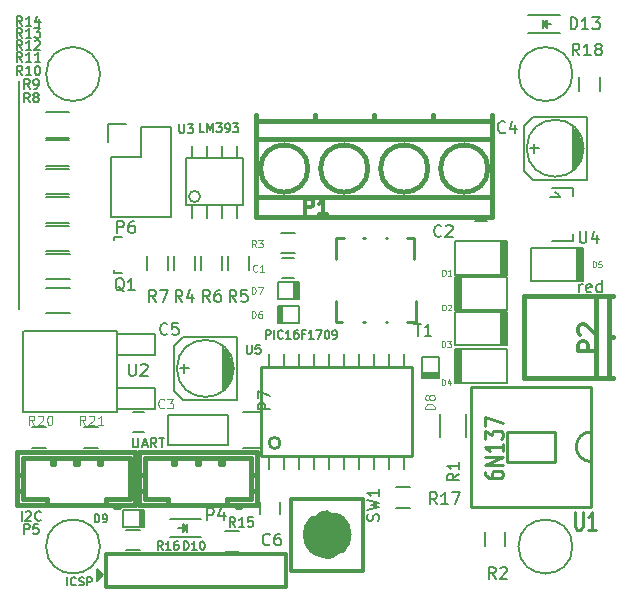
<source format=gto>
G04 #@! TF.FileFunction,Legend,Top*
%FSLAX46Y46*%
G04 Gerber Fmt 4.6, Leading zero omitted, Abs format (unit mm)*
G04 Created by KiCad (PCBNEW 4.0.2+dfsg1-stable) date Fr 09 Jun 2017 15:08:56 CEST*
%MOMM*%
G01*
G04 APERTURE LIST*
%ADD10C,0.100000*%
%ADD11C,0.200000*%
%ADD12C,0.150000*%
%ADD13C,0.381000*%
%ADD14C,0.127000*%
%ADD15C,0.254000*%
%ADD16C,0.304800*%
%ADD17C,2.540000*%
%ADD18C,0.149860*%
%ADD19C,0.099060*%
%ADD20C,0.285750*%
%ADD21C,0.287020*%
%ADD22C,0.300000*%
%ADD23C,0.119380*%
%ADD24C,0.120000*%
G04 APERTURE END LIST*
D10*
D11*
X120850000Y-120250000D02*
X120850000Y-100950000D01*
X168313219Y-118816381D02*
X168313219Y-118149714D01*
X168313219Y-118340190D02*
X168360838Y-118244952D01*
X168408457Y-118197333D01*
X168503695Y-118149714D01*
X168598934Y-118149714D01*
X169313220Y-118768762D02*
X169217982Y-118816381D01*
X169027505Y-118816381D01*
X168932267Y-118768762D01*
X168884648Y-118673524D01*
X168884648Y-118292571D01*
X168932267Y-118197333D01*
X169027505Y-118149714D01*
X169217982Y-118149714D01*
X169313220Y-118197333D01*
X169360839Y-118292571D01*
X169360839Y-118387810D01*
X168884648Y-118483048D01*
X170217982Y-118816381D02*
X170217982Y-117816381D01*
X170217982Y-118768762D02*
X170122744Y-118816381D01*
X169932267Y-118816381D01*
X169837029Y-118768762D01*
X169789410Y-118721143D01*
X169741791Y-118625905D01*
X169741791Y-118340190D01*
X169789410Y-118244952D01*
X169837029Y-118197333D01*
X169932267Y-118149714D01*
X170122744Y-118149714D01*
X170217982Y-118197333D01*
X127803100Y-142939700D02*
X127739600Y-142939700D01*
X127803100Y-142558700D02*
X127803100Y-142939700D01*
X127612600Y-142495200D02*
X127612600Y-143003200D01*
X127485600Y-143257200D02*
X127485600Y-142241200D01*
X127993600Y-142749200D02*
X127485600Y-143257200D01*
X127485600Y-142241200D02*
X127993600Y-142749200D01*
D12*
X123150000Y-108375000D02*
X125150000Y-108375000D01*
X125150000Y-110525000D02*
X123150000Y-110525000D01*
X123150000Y-105975000D02*
X125150000Y-105975000D01*
X125150000Y-108125000D02*
X123150000Y-108125000D01*
X167736000Y-140350000D02*
G75*
G03X167736000Y-140350000I-2286000J0D01*
G01*
X127736000Y-140350000D02*
G75*
G03X127736000Y-140350000I-2286000J0D01*
G01*
X127736000Y-100350000D02*
G75*
G03X127736000Y-100350000I-2286000J0D01*
G01*
X143170000Y-117639000D02*
X144170000Y-117639000D01*
X144170000Y-115939000D02*
X143170000Y-115939000D01*
X159520000Y-114489600D02*
X160520000Y-114489600D01*
X160520000Y-112789600D02*
X159520000Y-112789600D01*
X130500000Y-130650000D02*
X131500000Y-130650000D01*
X131500000Y-128950000D02*
X130500000Y-128950000D01*
X142996000Y-137609000D02*
X142996000Y-136609000D01*
X141296000Y-136609000D02*
X141296000Y-137609000D01*
D13*
X135917940Y-133327140D02*
X135917940Y-132826760D01*
X136116060Y-133327140D02*
X135917940Y-133327140D01*
X136116060Y-132826760D02*
X136116060Y-133327140D01*
X141018260Y-132328920D02*
X131015740Y-132328920D01*
X131516120Y-132826760D02*
X140517880Y-132826760D01*
X141018260Y-136827260D02*
X131015740Y-136827260D01*
X137919460Y-133327140D02*
X137919460Y-132826760D01*
X138117580Y-133327140D02*
X137919460Y-133327140D01*
X138117580Y-132826760D02*
X138117580Y-133327140D01*
X134117080Y-132826760D02*
X134117080Y-133327140D01*
X134117080Y-133327140D02*
X133918960Y-133327140D01*
X133918960Y-133327140D02*
X133918960Y-132826760D01*
X131015740Y-135628380D02*
X131516120Y-135628380D01*
X131516120Y-134327900D02*
X131015740Y-134327900D01*
X140517880Y-134327900D02*
X141018260Y-134327900D01*
X140517880Y-135628380D02*
X141018260Y-135628380D01*
X138518900Y-136827260D02*
X138518900Y-136326880D01*
X138518900Y-136326880D02*
X140517880Y-136326880D01*
X140517880Y-136326880D02*
X140517880Y-132826760D01*
X131516120Y-132826760D02*
X131516120Y-136326880D01*
X131516120Y-136326880D02*
X133515100Y-136326880D01*
X133515100Y-136326880D02*
X133515100Y-136827260D01*
X141018260Y-136827260D02*
X141018260Y-132328920D01*
X131015740Y-136827260D02*
X131015740Y-132328920D01*
X139319000Y-136827260D02*
X139319000Y-137027920D01*
X139319000Y-137027920D02*
X139618720Y-137027920D01*
X139618720Y-137027920D02*
X139618720Y-136827260D01*
X125630940Y-133327140D02*
X125630940Y-132826760D01*
X125829060Y-133327140D02*
X125630940Y-133327140D01*
X125829060Y-132826760D02*
X125829060Y-133327140D01*
X130731260Y-132328920D02*
X120728740Y-132328920D01*
X121229120Y-132826760D02*
X130230880Y-132826760D01*
X130731260Y-136827260D02*
X120728740Y-136827260D01*
X127632460Y-133327140D02*
X127632460Y-132826760D01*
X127830580Y-133327140D02*
X127632460Y-133327140D01*
X127830580Y-132826760D02*
X127830580Y-133327140D01*
X123830080Y-132826760D02*
X123830080Y-133327140D01*
X123830080Y-133327140D02*
X123631960Y-133327140D01*
X123631960Y-133327140D02*
X123631960Y-132826760D01*
X120728740Y-135628380D02*
X121229120Y-135628380D01*
X121229120Y-134327900D02*
X120728740Y-134327900D01*
X130230880Y-134327900D02*
X130731260Y-134327900D01*
X130230880Y-135628380D02*
X130731260Y-135628380D01*
X128231900Y-136827260D02*
X128231900Y-136326880D01*
X128231900Y-136326880D02*
X130230880Y-136326880D01*
X130230880Y-136326880D02*
X130230880Y-132826760D01*
X121229120Y-132826760D02*
X121229120Y-136326880D01*
X121229120Y-136326880D02*
X123228100Y-136326880D01*
X123228100Y-136326880D02*
X123228100Y-136827260D01*
X130731260Y-136827260D02*
X130731260Y-132328920D01*
X120728740Y-136827260D02*
X120728740Y-132328920D01*
X129032000Y-136827260D02*
X129032000Y-137027920D01*
X129032000Y-137027920D02*
X129331720Y-137027920D01*
X129331720Y-137027920D02*
X129331720Y-136827260D01*
D12*
X128684000Y-107391000D02*
X128684000Y-112471000D01*
X128404000Y-104571000D02*
X129954000Y-104571000D01*
X131224000Y-104851000D02*
X131224000Y-107391000D01*
X131224000Y-107391000D02*
X128684000Y-107391000D01*
X128684000Y-112471000D02*
X133764000Y-112471000D01*
X133764000Y-112471000D02*
X133764000Y-107391000D01*
X128404000Y-104571000D02*
X128404000Y-106121000D01*
X133764000Y-104851000D02*
X131224000Y-104851000D01*
X133764000Y-107391000D02*
X133764000Y-104851000D01*
X138530000Y-129230000D02*
X133450000Y-129230000D01*
X133450000Y-129230000D02*
X133450000Y-131770000D01*
X133450000Y-131770000D02*
X138530000Y-131770000D01*
X141350000Y-132050000D02*
X139800000Y-132050000D01*
X138530000Y-131770000D02*
X138530000Y-129230000D01*
X139800000Y-128950000D02*
X141350000Y-128950000D01*
X141350000Y-128950000D02*
X141350000Y-132050000D01*
X128889760Y-114372440D02*
X128889760Y-114420700D01*
X129590800Y-117171420D02*
X128889760Y-117171420D01*
X128889760Y-117171420D02*
X128889760Y-116922500D01*
X128889760Y-114372440D02*
X128889760Y-114171780D01*
X128889760Y-114171780D02*
X129590800Y-114171780D01*
X129192000Y-124155000D02*
X132367000Y-124155000D01*
X132367000Y-124155000D02*
X132367000Y-122377000D01*
X132367000Y-122377000D02*
X129192000Y-122377000D01*
X129192000Y-128727000D02*
X132367000Y-128727000D01*
X132367000Y-128727000D02*
X132367000Y-126949000D01*
X132367000Y-126949000D02*
X129192000Y-126949000D01*
X123096000Y-122123000D02*
X129192000Y-122123000D01*
X129192000Y-122123000D02*
X129192000Y-128981000D01*
X129192000Y-128981000D02*
X121318000Y-128981000D01*
X121191000Y-128981000D02*
X121191000Y-122123000D01*
X121318000Y-122123000D02*
X123096000Y-122123000D01*
D14*
X135001000Y-107492800D02*
X135001000Y-111455200D01*
X135001000Y-111455200D02*
X139827000Y-111455200D01*
X139827000Y-111455200D02*
X139827000Y-107492800D01*
X139827000Y-107492800D02*
X135001000Y-107492800D01*
X135509000Y-107492800D02*
X135509000Y-106400600D01*
X136779000Y-107492800D02*
X136779000Y-106400600D01*
X138049000Y-107492800D02*
X138049000Y-106400600D01*
X139319000Y-106400600D02*
X139319000Y-107492800D01*
X139319000Y-111455200D02*
X139319000Y-112547400D01*
X138049000Y-112547400D02*
X138049000Y-111455200D01*
X136779000Y-112547400D02*
X136779000Y-111455200D01*
X135509000Y-112547400D02*
X135509000Y-111455200D01*
X136210067Y-110718600D02*
G75*
G03X136210067Y-110718600I-472467J0D01*
G01*
D15*
X141325600Y-132679440D02*
X154127200Y-132679440D01*
X154127200Y-125181360D02*
X141325600Y-125181360D01*
D14*
X153441400Y-124079000D02*
X153441400Y-125171200D01*
X152171400Y-125171200D02*
X152171400Y-124079000D01*
X150901400Y-125171200D02*
X150901400Y-124079000D01*
X149631400Y-125171200D02*
X149631400Y-124079000D01*
X142011400Y-133781800D02*
X142011400Y-132689600D01*
X153441400Y-132689600D02*
X153441400Y-133781800D01*
D15*
X154127200Y-132679440D02*
X154127200Y-125181360D01*
X141325600Y-125181360D02*
X141325600Y-132679440D01*
D14*
X142011400Y-125171200D02*
X142011400Y-124079000D01*
X143281400Y-125171200D02*
X143281400Y-124079000D01*
X144551400Y-125171200D02*
X144551400Y-124079000D01*
X145821400Y-124079000D02*
X145821400Y-125171200D01*
X147091400Y-124079000D02*
X147091400Y-125171200D01*
X148361400Y-124079000D02*
X148361400Y-125171200D01*
X152171400Y-132689600D02*
X152171400Y-133781800D01*
X150901400Y-132689600D02*
X150901400Y-133781800D01*
X149631400Y-132689600D02*
X149631400Y-133781800D01*
X143281400Y-132689600D02*
X143281400Y-133781800D01*
X144551400Y-133781800D02*
X144551400Y-132689600D01*
X148361400Y-133781800D02*
X148361400Y-132689600D01*
X147091400Y-133781800D02*
X147091400Y-132689600D01*
X145821400Y-133781800D02*
X145821400Y-132689600D01*
D15*
X142984247Y-131577080D02*
G75*
G03X142984247Y-131577080I-472467J0D01*
G01*
D16*
X128219200Y-143764000D02*
X143459200Y-143764000D01*
X143459200Y-143764000D02*
X143459200Y-141020800D01*
X143459200Y-141020800D02*
X128219200Y-141020800D01*
X128219200Y-141020800D02*
X128219200Y-143764000D01*
D14*
X142869900Y-121427040D02*
X142869900Y-120024960D01*
X142968960Y-120024960D02*
X142968960Y-121427040D01*
X143070560Y-121427040D02*
X143070560Y-120024960D01*
X143169620Y-121427040D02*
X143169620Y-120024960D01*
X142770840Y-121427040D02*
X144569160Y-121427040D01*
X144569160Y-121427040D02*
X144569160Y-120024960D01*
X144569160Y-120024960D02*
X142770840Y-120024960D01*
X142770840Y-120024960D02*
X142770840Y-121427040D01*
X144470100Y-117992960D02*
X144470100Y-119395040D01*
X144371040Y-119395040D02*
X144371040Y-117992960D01*
X144269440Y-117992960D02*
X144269440Y-119395040D01*
X144170380Y-117992960D02*
X144170380Y-119395040D01*
X144569160Y-117992960D02*
X142770840Y-117992960D01*
X142770840Y-117992960D02*
X142770840Y-119395040D01*
X142770840Y-119395040D02*
X144569160Y-119395040D01*
X144569160Y-119395040D02*
X144569160Y-117992960D01*
X131389100Y-137296960D02*
X131389100Y-138699040D01*
X131290040Y-138699040D02*
X131290040Y-137296960D01*
X131188440Y-137296960D02*
X131188440Y-138699040D01*
X131089380Y-137296960D02*
X131089380Y-138699040D01*
X131488160Y-137296960D02*
X129689840Y-137296960D01*
X129689840Y-137296960D02*
X129689840Y-138699040D01*
X129689840Y-138699040D02*
X131488160Y-138699040D01*
X131488160Y-138699040D02*
X131488160Y-137296960D01*
D12*
X136321600Y-138035600D02*
X133621600Y-138035600D01*
X136321600Y-139535600D02*
X133621600Y-139535600D01*
X134821600Y-138635600D02*
X134821600Y-138885600D01*
X134821600Y-138885600D02*
X134971600Y-138735600D01*
X135071600Y-139135600D02*
X135071600Y-138435600D01*
X134721600Y-138785600D02*
X134371600Y-138785600D01*
X135071600Y-138785600D02*
X134721600Y-139135600D01*
X134721600Y-139135600D02*
X134721600Y-138435600D01*
X134721600Y-138435600D02*
X135071600Y-138785600D01*
X167736000Y-100350000D02*
G75*
G03X167736000Y-100350000I-2286000J0D01*
G01*
D15*
X162212000Y-130632000D02*
X166276000Y-130632000D01*
X166276000Y-133172000D02*
X162212000Y-133172000D01*
X159164000Y-126822000D02*
X169324000Y-126822000D01*
X159164000Y-136982000D02*
X169324000Y-136982000D01*
X168054000Y-131902000D02*
G75*
G03X169324000Y-133172000I1270000J0D01*
G01*
X169324000Y-130632000D02*
G75*
G03X168054000Y-131902000I0J-1270000D01*
G01*
X166276000Y-133172000D02*
X166276000Y-130632000D01*
X162212000Y-130632000D02*
X162212000Y-133172000D01*
X159164000Y-136982000D02*
X159164000Y-126822000D01*
X169324000Y-126822000D02*
X169324000Y-136982000D01*
X151939000Y-121306000D02*
X152066000Y-121306000D01*
X151939000Y-114194000D02*
X152066000Y-114194000D01*
X150034000Y-114194000D02*
X150161000Y-114194000D01*
X150034000Y-121306000D02*
X150161000Y-121306000D01*
X147748000Y-119528000D02*
X147748000Y-121306000D01*
X147748000Y-121306000D02*
X148256000Y-121306000D01*
X148383000Y-114194000D02*
X147748000Y-114194000D01*
X147748000Y-114194000D02*
X147748000Y-115972000D01*
X154352000Y-115972000D02*
X154352000Y-114194000D01*
X154352000Y-114194000D02*
X153717000Y-114194000D01*
X153717000Y-121306000D02*
X154479000Y-121306000D01*
X154479000Y-121306000D02*
X154479000Y-119528000D01*
D13*
X170800000Y-122600000D02*
X171200000Y-122600000D01*
X169700000Y-126100000D02*
X169700000Y-119100000D01*
X170800000Y-126100000D02*
X170800000Y-119100000D01*
X163600000Y-126100000D02*
X171200000Y-126100000D01*
X171200000Y-119100000D02*
X163600000Y-119100000D01*
X163600000Y-119100000D02*
X163600000Y-126100000D01*
D12*
X166270940Y-110368080D02*
X166570660Y-110617000D01*
X166570660Y-110617000D02*
X166720520Y-110718600D01*
X166720520Y-110718600D02*
X165872160Y-110718600D01*
X167772080Y-110017560D02*
X165971220Y-110017560D01*
X167772080Y-110017560D02*
X167772080Y-110667800D01*
X167772080Y-114518440D02*
X165971220Y-114518440D01*
X167772080Y-114518440D02*
X167772080Y-113868200D01*
D13*
X145950000Y-104350000D02*
X145950000Y-103850000D01*
X145330000Y-108350000D02*
G75*
G03X145330000Y-108350000I-2000000J0D01*
G01*
X150410000Y-108350000D02*
G75*
G03X150410000Y-108350000I-2000000J0D01*
G01*
X150950000Y-104350000D02*
X150950000Y-103850000D01*
X155950000Y-104350000D02*
X155950000Y-103850000D01*
X155490000Y-108350000D02*
G75*
G03X155490000Y-108350000I-2000000J0D01*
G01*
X160570000Y-108350000D02*
G75*
G03X160570000Y-108350000I-2000000J0D01*
G01*
X160950000Y-105850000D02*
X140950000Y-105850000D01*
X160950000Y-110750000D02*
X140950000Y-110750000D01*
X160950000Y-104350000D02*
X140950000Y-104350000D01*
X140950000Y-103850000D02*
X140950000Y-112450000D01*
X140950000Y-112450000D02*
X160950000Y-112450000D01*
X160950000Y-112450000D02*
X160950000Y-103850000D01*
D14*
X157868620Y-123670060D02*
X157868620Y-126469140D01*
X157970220Y-126469140D02*
X157970220Y-123670060D01*
X158069280Y-123670060D02*
X158069280Y-126469140D01*
X158168340Y-126469140D02*
X158168340Y-123670060D01*
X158269940Y-126469140D02*
X158269940Y-123670060D01*
X157769560Y-126469140D02*
X162168840Y-126469140D01*
X162168840Y-126469140D02*
X162168840Y-123670060D01*
X162168840Y-123670060D02*
X157769560Y-123670060D01*
X157769560Y-123670060D02*
X157769560Y-126469140D01*
X162120580Y-123319540D02*
X162120580Y-120520460D01*
X162018980Y-120520460D02*
X162018980Y-123319540D01*
X161919920Y-123319540D02*
X161919920Y-120520460D01*
X161820860Y-120520460D02*
X161820860Y-123319540D01*
X161719260Y-120520460D02*
X161719260Y-123319540D01*
X162219640Y-120520460D02*
X157820360Y-120520460D01*
X157820360Y-120520460D02*
X157820360Y-123319540D01*
X157820360Y-123319540D02*
X162219640Y-123319540D01*
X162219640Y-123319540D02*
X162219640Y-120520460D01*
X157868620Y-117523260D02*
X157868620Y-120322340D01*
X157970220Y-120322340D02*
X157970220Y-117523260D01*
X158069280Y-117523260D02*
X158069280Y-120322340D01*
X158168340Y-120322340D02*
X158168340Y-117523260D01*
X158269940Y-120322340D02*
X158269940Y-117523260D01*
X157769560Y-120322340D02*
X162168840Y-120322340D01*
X162168840Y-120322340D02*
X162168840Y-117523260D01*
X162168840Y-117523260D02*
X157769560Y-117523260D01*
X157769560Y-117523260D02*
X157769560Y-120322340D01*
X162120580Y-117325140D02*
X162120580Y-114526060D01*
X162018980Y-114526060D02*
X162018980Y-117325140D01*
X161919920Y-117325140D02*
X161919920Y-114526060D01*
X161820860Y-114526060D02*
X161820860Y-117325140D01*
X161719260Y-114526060D02*
X161719260Y-117325140D01*
X162219640Y-114526060D02*
X157820360Y-114526060D01*
X157820360Y-114526060D02*
X157820360Y-117325140D01*
X157820360Y-117325140D02*
X162219640Y-117325140D01*
X162219640Y-117325140D02*
X162219640Y-114526060D01*
X168521380Y-117883940D02*
X168521380Y-115084860D01*
X168419780Y-115084860D02*
X168419780Y-117883940D01*
X168320720Y-117883940D02*
X168320720Y-115084860D01*
X168221660Y-115084860D02*
X168221660Y-117883940D01*
X168120060Y-115084860D02*
X168120060Y-117883940D01*
X168620440Y-115084860D02*
X164221160Y-115084860D01*
X164221160Y-115084860D02*
X164221160Y-117883940D01*
X164221160Y-117883940D02*
X168620440Y-117883940D01*
X168620440Y-117883940D02*
X168620440Y-115084860D01*
X156403040Y-125971300D02*
X155000960Y-125971300D01*
X155000960Y-125872240D02*
X156403040Y-125872240D01*
X156403040Y-125770640D02*
X155000960Y-125770640D01*
X156403040Y-125671580D02*
X155000960Y-125671580D01*
X156403040Y-126070360D02*
X156403040Y-124272040D01*
X156403040Y-124272040D02*
X155000960Y-124272040D01*
X155000960Y-124272040D02*
X155000960Y-126070360D01*
X155000960Y-126070360D02*
X156403040Y-126070360D01*
D12*
X168554400Y-107264200D02*
X168554400Y-105867200D01*
X168427400Y-107518200D02*
X168427400Y-105740200D01*
X168300400Y-107899200D02*
X168300400Y-105359200D01*
X168173400Y-105232200D02*
X168173400Y-108026200D01*
X168046400Y-108153200D02*
X168046400Y-105105200D01*
X167919400Y-104978200D02*
X167919400Y-108280200D01*
X167792400Y-108407200D02*
X167792400Y-104851200D01*
X168935400Y-109296200D02*
X164363400Y-109296200D01*
X164363400Y-109296200D02*
X163601400Y-108534200D01*
X163601400Y-108534200D02*
X163601400Y-104724200D01*
X163601400Y-104724200D02*
X164363400Y-103962200D01*
X164363400Y-103962200D02*
X168935400Y-103962200D01*
X168935400Y-103962200D02*
X168935400Y-109296200D01*
X164109400Y-106629200D02*
X164871400Y-106629200D01*
X164490400Y-107010200D02*
X164490400Y-106248200D01*
X168681400Y-106629200D02*
G75*
G03X168681400Y-106629200I-2413000J0D01*
G01*
X138938000Y-125907800D02*
X138938000Y-124510800D01*
X138811000Y-126161800D02*
X138811000Y-124383800D01*
X138684000Y-126542800D02*
X138684000Y-124002800D01*
X138557000Y-123875800D02*
X138557000Y-126669800D01*
X138430000Y-126796800D02*
X138430000Y-123748800D01*
X138303000Y-123621800D02*
X138303000Y-126923800D01*
X138176000Y-127050800D02*
X138176000Y-123494800D01*
X139319000Y-127939800D02*
X134747000Y-127939800D01*
X134747000Y-127939800D02*
X133985000Y-127177800D01*
X133985000Y-127177800D02*
X133985000Y-123367800D01*
X133985000Y-123367800D02*
X134747000Y-122605800D01*
X134747000Y-122605800D02*
X139319000Y-122605800D01*
X139319000Y-122605800D02*
X139319000Y-127939800D01*
X134493000Y-125272800D02*
X135255000Y-125272800D01*
X134874000Y-125653800D02*
X134874000Y-124891800D01*
X139065000Y-125272800D02*
G75*
G03X139065000Y-125272800I-2413000J0D01*
G01*
D16*
X150012400Y-142392400D02*
X143916400Y-142392400D01*
X143916400Y-142392400D02*
X143916400Y-136296400D01*
X143916400Y-136296400D02*
X150012400Y-136296400D01*
X150012400Y-136296400D02*
X150012400Y-142392400D01*
D17*
X147767619Y-139344400D02*
G75*
G03X147767619Y-139344400I-803219J0D01*
G01*
D12*
X123150000Y-110775000D02*
X125150000Y-110775000D01*
X125150000Y-112925000D02*
X123150000Y-112925000D01*
X123150000Y-113175000D02*
X125150000Y-113175000D01*
X125150000Y-115325000D02*
X123150000Y-115325000D01*
X123155200Y-115561800D02*
X125155200Y-115561800D01*
X125155200Y-117711800D02*
X123155200Y-117711800D01*
X123155200Y-118457400D02*
X125155200Y-118457400D01*
X125155200Y-120607400D02*
X123155200Y-120607400D01*
X158707400Y-129098800D02*
X158707400Y-131098800D01*
X156557400Y-131098800D02*
X156557400Y-129098800D01*
X123150000Y-103575000D02*
X125150000Y-103575000D01*
X125150000Y-105725000D02*
X123150000Y-105725000D01*
X131713000Y-116932000D02*
X131713000Y-115732000D01*
X133463000Y-115732000D02*
X133463000Y-116932000D01*
X135749000Y-115732000D02*
X135749000Y-116932000D01*
X133999000Y-116932000D02*
X133999000Y-115732000D01*
X136285000Y-116932000D02*
X136285000Y-115732000D01*
X138035000Y-115732000D02*
X138035000Y-116932000D01*
X138571000Y-116932000D02*
X138571000Y-115732000D01*
X140321000Y-115732000D02*
X140321000Y-116932000D01*
X144262400Y-115530600D02*
X143062400Y-115530600D01*
X143062400Y-113780600D02*
X144262400Y-113780600D01*
X129900000Y-138925000D02*
X131100000Y-138925000D01*
X131100000Y-140675000D02*
X129900000Y-140675000D01*
X162063400Y-139100000D02*
X162063400Y-140300000D01*
X160313400Y-140300000D02*
X160313400Y-139100000D01*
X138287200Y-139028200D02*
X139487200Y-139028200D01*
X139487200Y-140778200D02*
X138287200Y-140778200D01*
X170075000Y-100600000D02*
X170075000Y-101800000D01*
X168325000Y-101800000D02*
X168325000Y-100600000D01*
X164008000Y-96838200D02*
X166708000Y-96838200D01*
X164008000Y-95338200D02*
X166708000Y-95338200D01*
X165508000Y-96238200D02*
X165508000Y-95988200D01*
X165508000Y-95988200D02*
X165358000Y-96138200D01*
X165258000Y-95738200D02*
X165258000Y-96438200D01*
X165608000Y-96088200D02*
X165958000Y-96088200D01*
X165258000Y-96088200D02*
X165608000Y-95738200D01*
X165608000Y-95738200D02*
X165608000Y-96438200D01*
X165608000Y-96438200D02*
X165258000Y-96088200D01*
X154016000Y-137069800D02*
X152816000Y-137069800D01*
X152816000Y-135319800D02*
X154016000Y-135319800D01*
X123200000Y-131975000D02*
X122000000Y-131975000D01*
X122000000Y-130225000D02*
X123200000Y-130225000D01*
X127600000Y-131975000D02*
X126400000Y-131975000D01*
X126400000Y-130225000D02*
X127600000Y-130225000D01*
X121151714Y-98278905D02*
X120885047Y-97897952D01*
X120694571Y-98278905D02*
X120694571Y-97478905D01*
X120999333Y-97478905D01*
X121075524Y-97517000D01*
X121113619Y-97555095D01*
X121151714Y-97631286D01*
X121151714Y-97745571D01*
X121113619Y-97821762D01*
X121075524Y-97859857D01*
X120999333Y-97897952D01*
X120694571Y-97897952D01*
X121913619Y-98278905D02*
X121456476Y-98278905D01*
X121685047Y-98278905D02*
X121685047Y-97478905D01*
X121608857Y-97593190D01*
X121532666Y-97669381D01*
X121456476Y-97707476D01*
X122218381Y-97555095D02*
X122256476Y-97517000D01*
X122332667Y-97478905D01*
X122523143Y-97478905D01*
X122599333Y-97517000D01*
X122637429Y-97555095D01*
X122675524Y-97631286D01*
X122675524Y-97707476D01*
X122637429Y-97821762D01*
X122180286Y-98278905D01*
X122675524Y-98278905D01*
X121151714Y-97262905D02*
X120885047Y-96881952D01*
X120694571Y-97262905D02*
X120694571Y-96462905D01*
X120999333Y-96462905D01*
X121075524Y-96501000D01*
X121113619Y-96539095D01*
X121151714Y-96615286D01*
X121151714Y-96729571D01*
X121113619Y-96805762D01*
X121075524Y-96843857D01*
X120999333Y-96881952D01*
X120694571Y-96881952D01*
X121913619Y-97262905D02*
X121456476Y-97262905D01*
X121685047Y-97262905D02*
X121685047Y-96462905D01*
X121608857Y-96577190D01*
X121532666Y-96653381D01*
X121456476Y-96691476D01*
X122180286Y-96462905D02*
X122675524Y-96462905D01*
X122408857Y-96767667D01*
X122523143Y-96767667D01*
X122599333Y-96805762D01*
X122637429Y-96843857D01*
X122675524Y-96920048D01*
X122675524Y-97110524D01*
X122637429Y-97186714D01*
X122599333Y-97224810D01*
X122523143Y-97262905D01*
X122294571Y-97262905D01*
X122218381Y-97224810D01*
X122180286Y-97186714D01*
D10*
X141047800Y-117028886D02*
X141019229Y-117057457D01*
X140933515Y-117086029D01*
X140876372Y-117086029D01*
X140790657Y-117057457D01*
X140733515Y-117000314D01*
X140704943Y-116943171D01*
X140676372Y-116828886D01*
X140676372Y-116743171D01*
X140704943Y-116628886D01*
X140733515Y-116571743D01*
X140790657Y-116514600D01*
X140876372Y-116486029D01*
X140933515Y-116486029D01*
X141019229Y-116514600D01*
X141047800Y-116543171D01*
X141619229Y-117086029D02*
X141276372Y-117086029D01*
X141447800Y-117086029D02*
X141447800Y-116486029D01*
X141390657Y-116571743D01*
X141333515Y-116628886D01*
X141276372Y-116657457D01*
D12*
X156627534Y-114047543D02*
X156579915Y-114095162D01*
X156437058Y-114142781D01*
X156341820Y-114142781D01*
X156198962Y-114095162D01*
X156103724Y-113999924D01*
X156056105Y-113904686D01*
X156008486Y-113714210D01*
X156008486Y-113571352D01*
X156056105Y-113380876D01*
X156103724Y-113285638D01*
X156198962Y-113190400D01*
X156341820Y-113142781D01*
X156437058Y-113142781D01*
X156579915Y-113190400D01*
X156627534Y-113238019D01*
X157008486Y-113238019D02*
X157056105Y-113190400D01*
X157151343Y-113142781D01*
X157389439Y-113142781D01*
X157484677Y-113190400D01*
X157532296Y-113238019D01*
X157579915Y-113333257D01*
X157579915Y-113428495D01*
X157532296Y-113571352D01*
X156960867Y-114142781D01*
X157579915Y-114142781D01*
D10*
X133166667Y-128585714D02*
X133128572Y-128623810D01*
X133014286Y-128661905D01*
X132938096Y-128661905D01*
X132823810Y-128623810D01*
X132747619Y-128547619D01*
X132709524Y-128471429D01*
X132671429Y-128319048D01*
X132671429Y-128204762D01*
X132709524Y-128052381D01*
X132747619Y-127976190D01*
X132823810Y-127900000D01*
X132938096Y-127861905D01*
X133014286Y-127861905D01*
X133128572Y-127900000D01*
X133166667Y-127938095D01*
X133433334Y-127861905D02*
X133928572Y-127861905D01*
X133661905Y-128166667D01*
X133776191Y-128166667D01*
X133852381Y-128204762D01*
X133890477Y-128242857D01*
X133928572Y-128319048D01*
X133928572Y-128509524D01*
X133890477Y-128585714D01*
X133852381Y-128623810D01*
X133776191Y-128661905D01*
X133547619Y-128661905D01*
X133471429Y-128623810D01*
X133433334Y-128585714D01*
D12*
X142124134Y-140158743D02*
X142076515Y-140206362D01*
X141933658Y-140253981D01*
X141838420Y-140253981D01*
X141695562Y-140206362D01*
X141600324Y-140111124D01*
X141552705Y-140015886D01*
X141505086Y-139825410D01*
X141505086Y-139682552D01*
X141552705Y-139492076D01*
X141600324Y-139396838D01*
X141695562Y-139301600D01*
X141838420Y-139253981D01*
X141933658Y-139253981D01*
X142076515Y-139301600D01*
X142124134Y-139349219D01*
X142981277Y-139253981D02*
X142790800Y-139253981D01*
X142695562Y-139301600D01*
X142647943Y-139349219D01*
X142552705Y-139492076D01*
X142505086Y-139682552D01*
X142505086Y-140063505D01*
X142552705Y-140158743D01*
X142600324Y-140206362D01*
X142695562Y-140253981D01*
X142886039Y-140253981D01*
X142981277Y-140206362D01*
X143028896Y-140158743D01*
X143076515Y-140063505D01*
X143076515Y-139825410D01*
X143028896Y-139730171D01*
X142981277Y-139682552D01*
X142886039Y-139634933D01*
X142695562Y-139634933D01*
X142600324Y-139682552D01*
X142552705Y-139730171D01*
X142505086Y-139825410D01*
D11*
X136802905Y-138120381D02*
X136802905Y-137120381D01*
X137183858Y-137120381D01*
X137279096Y-137168000D01*
X137326715Y-137215619D01*
X137374334Y-137310857D01*
X137374334Y-137453714D01*
X137326715Y-137548952D01*
X137279096Y-137596571D01*
X137183858Y-137644190D01*
X136802905Y-137644190D01*
X138231477Y-137453714D02*
X138231477Y-138120381D01*
X137993381Y-137072762D02*
X137755286Y-137787048D01*
X138374334Y-137787048D01*
D12*
X130523810Y-131161905D02*
X130523810Y-131809524D01*
X130561905Y-131885714D01*
X130600001Y-131923810D01*
X130676191Y-131961905D01*
X130828572Y-131961905D01*
X130904763Y-131923810D01*
X130942858Y-131885714D01*
X130980953Y-131809524D01*
X130980953Y-131161905D01*
X131323810Y-131733333D02*
X131704762Y-131733333D01*
X131247619Y-131961905D02*
X131514286Y-131161905D01*
X131780953Y-131961905D01*
X132504762Y-131961905D02*
X132238095Y-131580952D01*
X132047619Y-131961905D02*
X132047619Y-131161905D01*
X132352381Y-131161905D01*
X132428572Y-131200000D01*
X132466667Y-131238095D01*
X132504762Y-131314286D01*
X132504762Y-131428571D01*
X132466667Y-131504762D01*
X132428572Y-131542857D01*
X132352381Y-131580952D01*
X132047619Y-131580952D01*
X132733333Y-131161905D02*
X133190476Y-131161905D01*
X132961905Y-131961905D02*
X132961905Y-131161905D01*
X121309524Y-139261905D02*
X121309524Y-138461905D01*
X121614286Y-138461905D01*
X121690477Y-138500000D01*
X121728572Y-138538095D01*
X121766667Y-138614286D01*
X121766667Y-138728571D01*
X121728572Y-138804762D01*
X121690477Y-138842857D01*
X121614286Y-138880952D01*
X121309524Y-138880952D01*
X122490477Y-138461905D02*
X122109524Y-138461905D01*
X122071429Y-138842857D01*
X122109524Y-138804762D01*
X122185715Y-138766667D01*
X122376191Y-138766667D01*
X122452381Y-138804762D01*
X122490477Y-138842857D01*
X122528572Y-138919048D01*
X122528572Y-139109524D01*
X122490477Y-139185714D01*
X122452381Y-139223810D01*
X122376191Y-139261905D01*
X122185715Y-139261905D01*
X122109524Y-139223810D01*
X122071429Y-139185714D01*
X121119048Y-138161905D02*
X121119048Y-137361905D01*
X121461905Y-137438095D02*
X121500000Y-137400000D01*
X121576191Y-137361905D01*
X121766667Y-137361905D01*
X121842857Y-137400000D01*
X121880953Y-137438095D01*
X121919048Y-137514286D01*
X121919048Y-137590476D01*
X121880953Y-137704762D01*
X121423810Y-138161905D01*
X121919048Y-138161905D01*
X122719048Y-138085714D02*
X122680953Y-138123810D01*
X122566667Y-138161905D01*
X122490477Y-138161905D01*
X122376191Y-138123810D01*
X122300000Y-138047619D01*
X122261905Y-137971429D01*
X122223810Y-137819048D01*
X122223810Y-137704762D01*
X122261905Y-137552381D01*
X122300000Y-137476190D01*
X122376191Y-137400000D01*
X122490477Y-137361905D01*
X122566667Y-137361905D01*
X122680953Y-137400000D01*
X122719048Y-137438095D01*
X129182905Y-113799881D02*
X129182905Y-112799881D01*
X129563858Y-112799881D01*
X129659096Y-112847500D01*
X129706715Y-112895119D01*
X129754334Y-112990357D01*
X129754334Y-113133214D01*
X129706715Y-113228452D01*
X129659096Y-113276071D01*
X129563858Y-113323690D01*
X129182905Y-113323690D01*
X130611477Y-112799881D02*
X130421000Y-112799881D01*
X130325762Y-112847500D01*
X130278143Y-112895119D01*
X130182905Y-113037976D01*
X130135286Y-113228452D01*
X130135286Y-113609405D01*
X130182905Y-113704643D01*
X130230524Y-113752262D01*
X130325762Y-113799881D01*
X130516239Y-113799881D01*
X130611477Y-113752262D01*
X130659096Y-113704643D01*
X130706715Y-113609405D01*
X130706715Y-113371310D01*
X130659096Y-113276071D01*
X130611477Y-113228452D01*
X130516239Y-113180833D01*
X130325762Y-113180833D01*
X130230524Y-113228452D01*
X130182905Y-113276071D01*
X130135286Y-113371310D01*
X142149781Y-128723695D02*
X141149781Y-128723695D01*
X141149781Y-128342742D01*
X141197400Y-128247504D01*
X141245019Y-128199885D01*
X141340257Y-128152266D01*
X141483114Y-128152266D01*
X141578352Y-128199885D01*
X141625971Y-128247504D01*
X141673590Y-128342742D01*
X141673590Y-128723695D01*
X141149781Y-127818933D02*
X141149781Y-127152266D01*
X142149781Y-127580838D01*
X129774962Y-118733819D02*
X129679724Y-118686200D01*
X129584486Y-118590962D01*
X129441629Y-118448105D01*
X129346390Y-118400486D01*
X129251152Y-118400486D01*
X129298771Y-118638581D02*
X129203533Y-118590962D01*
X129108295Y-118495724D01*
X129060676Y-118305248D01*
X129060676Y-117971914D01*
X129108295Y-117781438D01*
X129203533Y-117686200D01*
X129298771Y-117638581D01*
X129489248Y-117638581D01*
X129584486Y-117686200D01*
X129679724Y-117781438D01*
X129727343Y-117971914D01*
X129727343Y-118305248D01*
X129679724Y-118495724D01*
X129584486Y-118590962D01*
X129489248Y-118638581D01*
X129298771Y-118638581D01*
X130679724Y-118638581D02*
X130108295Y-118638581D01*
X130394009Y-118638581D02*
X130394009Y-117638581D01*
X130298771Y-117781438D01*
X130203533Y-117876676D01*
X130108295Y-117924295D01*
X130188095Y-124902381D02*
X130188095Y-125711905D01*
X130235714Y-125807143D01*
X130283333Y-125854762D01*
X130378571Y-125902381D01*
X130569048Y-125902381D01*
X130664286Y-125854762D01*
X130711905Y-125807143D01*
X130759524Y-125711905D01*
X130759524Y-124902381D01*
X131188095Y-124997619D02*
X131235714Y-124950000D01*
X131330952Y-124902381D01*
X131569048Y-124902381D01*
X131664286Y-124950000D01*
X131711905Y-124997619D01*
X131759524Y-125092857D01*
X131759524Y-125188095D01*
X131711905Y-125330952D01*
X131140476Y-125902381D01*
X131759524Y-125902381D01*
D18*
X134430105Y-104593269D02*
X134430105Y-105199845D01*
X134465786Y-105271207D01*
X134501467Y-105306888D01*
X134572829Y-105342569D01*
X134715552Y-105342569D01*
X134786914Y-105306888D01*
X134822595Y-105271207D01*
X134858276Y-105199845D01*
X134858276Y-104593269D01*
X135143724Y-104593269D02*
X135607576Y-104593269D01*
X135357810Y-104878717D01*
X135464852Y-104878717D01*
X135536214Y-104914398D01*
X135571895Y-104950079D01*
X135607576Y-105021440D01*
X135607576Y-105199845D01*
X135571895Y-105271207D01*
X135536214Y-105306888D01*
X135464852Y-105342569D01*
X135250767Y-105342569D01*
X135179405Y-105306888D01*
X135143724Y-105271207D01*
X136528326Y-105266369D02*
X136171517Y-105266369D01*
X136171517Y-104517069D01*
X136778093Y-105266369D02*
X136778093Y-104517069D01*
X137027859Y-105052283D01*
X137277626Y-104517069D01*
X137277626Y-105266369D01*
X137563074Y-104517069D02*
X138026926Y-104517069D01*
X137777160Y-104802517D01*
X137884202Y-104802517D01*
X137955564Y-104838198D01*
X137991245Y-104873879D01*
X138026926Y-104945240D01*
X138026926Y-105123645D01*
X137991245Y-105195007D01*
X137955564Y-105230688D01*
X137884202Y-105266369D01*
X137670117Y-105266369D01*
X137598755Y-105230688D01*
X137563074Y-105195007D01*
X138383736Y-105266369D02*
X138526460Y-105266369D01*
X138597821Y-105230688D01*
X138633502Y-105195007D01*
X138704864Y-105087964D01*
X138740545Y-104945240D01*
X138740545Y-104659793D01*
X138704864Y-104588431D01*
X138669183Y-104552750D01*
X138597821Y-104517069D01*
X138455098Y-104517069D01*
X138383736Y-104552750D01*
X138348055Y-104588431D01*
X138312374Y-104659793D01*
X138312374Y-104838198D01*
X138348055Y-104909560D01*
X138383736Y-104945240D01*
X138455098Y-104980921D01*
X138597821Y-104980921D01*
X138669183Y-104945240D01*
X138704864Y-104909560D01*
X138740545Y-104838198D01*
X138990312Y-104517069D02*
X139454164Y-104517069D01*
X139204398Y-104802517D01*
X139311440Y-104802517D01*
X139382802Y-104838198D01*
X139418483Y-104873879D01*
X139454164Y-104945240D01*
X139454164Y-105123645D01*
X139418483Y-105195007D01*
X139382802Y-105230688D01*
X139311440Y-105266369D01*
X139097355Y-105266369D01*
X139025993Y-105230688D01*
X138990312Y-105195007D01*
X140145105Y-123287669D02*
X140145105Y-123894245D01*
X140180786Y-123965607D01*
X140216467Y-124001288D01*
X140287829Y-124036969D01*
X140430552Y-124036969D01*
X140501914Y-124001288D01*
X140537595Y-123965607D01*
X140573276Y-123894245D01*
X140573276Y-123287669D01*
X141286895Y-123287669D02*
X140930086Y-123287669D01*
X140894405Y-123644479D01*
X140930086Y-123608798D01*
X141001448Y-123573117D01*
X141179852Y-123573117D01*
X141251214Y-123608798D01*
X141286895Y-123644479D01*
X141322576Y-123715840D01*
X141322576Y-123894245D01*
X141286895Y-123965607D01*
X141251214Y-124001288D01*
X141179852Y-124036969D01*
X141001448Y-124036969D01*
X140930086Y-124001288D01*
X140894405Y-123965607D01*
X141780000Y-122744667D02*
X141780000Y-122044667D01*
X142046666Y-122044667D01*
X142113333Y-122078000D01*
X142146666Y-122111333D01*
X142180000Y-122178000D01*
X142180000Y-122278000D01*
X142146666Y-122344667D01*
X142113333Y-122378000D01*
X142046666Y-122411333D01*
X141780000Y-122411333D01*
X142480000Y-122744667D02*
X142480000Y-122044667D01*
X143213333Y-122678000D02*
X143179999Y-122711333D01*
X143079999Y-122744667D01*
X143013333Y-122744667D01*
X142913333Y-122711333D01*
X142846666Y-122644667D01*
X142813333Y-122578000D01*
X142779999Y-122444667D01*
X142779999Y-122344667D01*
X142813333Y-122211333D01*
X142846666Y-122144667D01*
X142913333Y-122078000D01*
X143013333Y-122044667D01*
X143079999Y-122044667D01*
X143179999Y-122078000D01*
X143213333Y-122111333D01*
X143879999Y-122744667D02*
X143479999Y-122744667D01*
X143679999Y-122744667D02*
X143679999Y-122044667D01*
X143613333Y-122144667D01*
X143546666Y-122211333D01*
X143479999Y-122244667D01*
X144480000Y-122044667D02*
X144346666Y-122044667D01*
X144280000Y-122078000D01*
X144246666Y-122111333D01*
X144180000Y-122211333D01*
X144146666Y-122344667D01*
X144146666Y-122611333D01*
X144180000Y-122678000D01*
X144213333Y-122711333D01*
X144280000Y-122744667D01*
X144413333Y-122744667D01*
X144480000Y-122711333D01*
X144513333Y-122678000D01*
X144546666Y-122611333D01*
X144546666Y-122444667D01*
X144513333Y-122378000D01*
X144480000Y-122344667D01*
X144413333Y-122311333D01*
X144280000Y-122311333D01*
X144213333Y-122344667D01*
X144180000Y-122378000D01*
X144146666Y-122444667D01*
X145080000Y-122378000D02*
X144846667Y-122378000D01*
X144846667Y-122744667D02*
X144846667Y-122044667D01*
X145180000Y-122044667D01*
X145813333Y-122744667D02*
X145413333Y-122744667D01*
X145613333Y-122744667D02*
X145613333Y-122044667D01*
X145546667Y-122144667D01*
X145480000Y-122211333D01*
X145413333Y-122244667D01*
X146046667Y-122044667D02*
X146513334Y-122044667D01*
X146213334Y-122744667D01*
X146913334Y-122044667D02*
X146980001Y-122044667D01*
X147046667Y-122078000D01*
X147080001Y-122111333D01*
X147113334Y-122178000D01*
X147146667Y-122311333D01*
X147146667Y-122478000D01*
X147113334Y-122611333D01*
X147080001Y-122678000D01*
X147046667Y-122711333D01*
X146980001Y-122744667D01*
X146913334Y-122744667D01*
X146846667Y-122711333D01*
X146813334Y-122678000D01*
X146780001Y-122611333D01*
X146746667Y-122478000D01*
X146746667Y-122311333D01*
X146780001Y-122178000D01*
X146813334Y-122111333D01*
X146846667Y-122078000D01*
X146913334Y-122044667D01*
X147480001Y-122744667D02*
X147613334Y-122744667D01*
X147680001Y-122711333D01*
X147713334Y-122678000D01*
X147780001Y-122578000D01*
X147813334Y-122444667D01*
X147813334Y-122178000D01*
X147780001Y-122111333D01*
X147746668Y-122078000D01*
X147680001Y-122044667D01*
X147546668Y-122044667D01*
X147480001Y-122078000D01*
X147446668Y-122111333D01*
X147413334Y-122178000D01*
X147413334Y-122344667D01*
X147446668Y-122411333D01*
X147480001Y-122444667D01*
X147546668Y-122478000D01*
X147680001Y-122478000D01*
X147746668Y-122444667D01*
X147780001Y-122411333D01*
X147813334Y-122344667D01*
D12*
X124950667Y-143648867D02*
X124950667Y-142948867D01*
X125684000Y-143582200D02*
X125650666Y-143615533D01*
X125550666Y-143648867D01*
X125484000Y-143648867D01*
X125384000Y-143615533D01*
X125317333Y-143548867D01*
X125284000Y-143482200D01*
X125250666Y-143348867D01*
X125250666Y-143248867D01*
X125284000Y-143115533D01*
X125317333Y-143048867D01*
X125384000Y-142982200D01*
X125484000Y-142948867D01*
X125550666Y-142948867D01*
X125650666Y-142982200D01*
X125684000Y-143015533D01*
X125950666Y-143615533D02*
X126050666Y-143648867D01*
X126217333Y-143648867D01*
X126284000Y-143615533D01*
X126317333Y-143582200D01*
X126350666Y-143515533D01*
X126350666Y-143448867D01*
X126317333Y-143382200D01*
X126284000Y-143348867D01*
X126217333Y-143315533D01*
X126084000Y-143282200D01*
X126017333Y-143248867D01*
X125984000Y-143215533D01*
X125950666Y-143148867D01*
X125950666Y-143082200D01*
X125984000Y-143015533D01*
X126017333Y-142982200D01*
X126084000Y-142948867D01*
X126250666Y-142948867D01*
X126350666Y-142982200D01*
X126650667Y-143648867D02*
X126650667Y-142948867D01*
X126917333Y-142948867D01*
X126984000Y-142982200D01*
X127017333Y-143015533D01*
X127050667Y-143082200D01*
X127050667Y-143182200D01*
X127017333Y-143248867D01*
X126984000Y-143282200D01*
X126917333Y-143315533D01*
X126650667Y-143315533D01*
D19*
X140560143Y-120997429D02*
X140560143Y-120397429D01*
X140703000Y-120397429D01*
X140788715Y-120426000D01*
X140845857Y-120483143D01*
X140874429Y-120540286D01*
X140903000Y-120654571D01*
X140903000Y-120740286D01*
X140874429Y-120854571D01*
X140845857Y-120911714D01*
X140788715Y-120968857D01*
X140703000Y-120997429D01*
X140560143Y-120997429D01*
X141417286Y-120397429D02*
X141303000Y-120397429D01*
X141245857Y-120426000D01*
X141217286Y-120454571D01*
X141160143Y-120540286D01*
X141131572Y-120654571D01*
X141131572Y-120883143D01*
X141160143Y-120940286D01*
X141188715Y-120968857D01*
X141245857Y-120997429D01*
X141360143Y-120997429D01*
X141417286Y-120968857D01*
X141445857Y-120940286D01*
X141474429Y-120883143D01*
X141474429Y-120740286D01*
X141445857Y-120683143D01*
X141417286Y-120654571D01*
X141360143Y-120626000D01*
X141245857Y-120626000D01*
X141188715Y-120654571D01*
X141160143Y-120683143D01*
X141131572Y-120740286D01*
X140560143Y-118965429D02*
X140560143Y-118365429D01*
X140703000Y-118365429D01*
X140788715Y-118394000D01*
X140845857Y-118451143D01*
X140874429Y-118508286D01*
X140903000Y-118622571D01*
X140903000Y-118708286D01*
X140874429Y-118822571D01*
X140845857Y-118879714D01*
X140788715Y-118936857D01*
X140703000Y-118965429D01*
X140560143Y-118965429D01*
X141103000Y-118365429D02*
X141503000Y-118365429D01*
X141245857Y-118965429D01*
D12*
X127278334Y-138314667D02*
X127278334Y-137614667D01*
X127445000Y-137614667D01*
X127545000Y-137648000D01*
X127611667Y-137714667D01*
X127645000Y-137781333D01*
X127678334Y-137914667D01*
X127678334Y-138014667D01*
X127645000Y-138148000D01*
X127611667Y-138214667D01*
X127545000Y-138281333D01*
X127445000Y-138314667D01*
X127278334Y-138314667D01*
X128011667Y-138314667D02*
X128145000Y-138314667D01*
X128211667Y-138281333D01*
X128245000Y-138248000D01*
X128311667Y-138148000D01*
X128345000Y-138014667D01*
X128345000Y-137748000D01*
X128311667Y-137681333D01*
X128278334Y-137648000D01*
X128211667Y-137614667D01*
X128078334Y-137614667D01*
X128011667Y-137648000D01*
X127978334Y-137681333D01*
X127945000Y-137748000D01*
X127945000Y-137914667D01*
X127978334Y-137981333D01*
X128011667Y-138014667D01*
X128078334Y-138048000D01*
X128211667Y-138048000D01*
X128278334Y-138014667D01*
X128311667Y-137981333D01*
X128345000Y-137914667D01*
X134850000Y-140616667D02*
X134850000Y-139916667D01*
X135016666Y-139916667D01*
X135116666Y-139950000D01*
X135183333Y-140016667D01*
X135216666Y-140083333D01*
X135250000Y-140216667D01*
X135250000Y-140316667D01*
X135216666Y-140450000D01*
X135183333Y-140516667D01*
X135116666Y-140583333D01*
X135016666Y-140616667D01*
X134850000Y-140616667D01*
X135916666Y-140616667D02*
X135516666Y-140616667D01*
X135716666Y-140616667D02*
X135716666Y-139916667D01*
X135650000Y-140016667D01*
X135583333Y-140083333D01*
X135516666Y-140116667D01*
X136350000Y-139916667D02*
X136416667Y-139916667D01*
X136483333Y-139950000D01*
X136516667Y-139983333D01*
X136550000Y-140050000D01*
X136583333Y-140183333D01*
X136583333Y-140350000D01*
X136550000Y-140483333D01*
X136516667Y-140550000D01*
X136483333Y-140583333D01*
X136416667Y-140616667D01*
X136350000Y-140616667D01*
X136283333Y-140583333D01*
X136250000Y-140550000D01*
X136216667Y-140483333D01*
X136183333Y-140350000D01*
X136183333Y-140183333D01*
X136216667Y-140050000D01*
X136250000Y-139983333D01*
X136283333Y-139950000D01*
X136350000Y-139916667D01*
D20*
X167937543Y-137417629D02*
X167937543Y-138651343D01*
X167991971Y-138796486D01*
X168046400Y-138869057D01*
X168155257Y-138941629D01*
X168372971Y-138941629D01*
X168481829Y-138869057D01*
X168536257Y-138796486D01*
X168590686Y-138651343D01*
X168590686Y-137417629D01*
X169733686Y-138941629D02*
X169080543Y-138941629D01*
X169407115Y-138941629D02*
X169407115Y-137417629D01*
X169298258Y-137635343D01*
X169189400Y-137780486D01*
X169080543Y-137853057D01*
D21*
D20*
X160314429Y-134035856D02*
X160314429Y-134253570D01*
X160387000Y-134362427D01*
X160459571Y-134416856D01*
X160677286Y-134525713D01*
X160967571Y-134580142D01*
X161548143Y-134580142D01*
X161693286Y-134525713D01*
X161765857Y-134471285D01*
X161838429Y-134362427D01*
X161838429Y-134144713D01*
X161765857Y-134035856D01*
X161693286Y-133981427D01*
X161548143Y-133926999D01*
X161185286Y-133926999D01*
X161040143Y-133981427D01*
X160967571Y-134035856D01*
X160895000Y-134144713D01*
X160895000Y-134362427D01*
X160967571Y-134471285D01*
X161040143Y-134525713D01*
X161185286Y-134580142D01*
X161838429Y-133437142D02*
X160314429Y-133437142D01*
X161838429Y-132783999D01*
X160314429Y-132783999D01*
X161838429Y-131640999D02*
X161838429Y-132294142D01*
X161838429Y-131967570D02*
X160314429Y-131967570D01*
X160532143Y-132076427D01*
X160677286Y-132185285D01*
X160749857Y-132294142D01*
X160314429Y-131259999D02*
X160314429Y-130552428D01*
X160895000Y-130933428D01*
X160895000Y-130770142D01*
X160967571Y-130661285D01*
X161040143Y-130606856D01*
X161185286Y-130552428D01*
X161548143Y-130552428D01*
X161693286Y-130606856D01*
X161765857Y-130661285D01*
X161838429Y-130770142D01*
X161838429Y-131096714D01*
X161765857Y-131205571D01*
X161693286Y-131259999D01*
X160314429Y-130171428D02*
X160314429Y-129409428D01*
X161838429Y-129899285D01*
D21*
D12*
X154352095Y-121520381D02*
X154923524Y-121520381D01*
X154637809Y-122520381D02*
X154637809Y-121520381D01*
X155780667Y-122520381D02*
X155209238Y-122520381D01*
X155494952Y-122520381D02*
X155494952Y-121520381D01*
X155399714Y-121663238D01*
X155304476Y-121758476D01*
X155209238Y-121806095D01*
D22*
X169729571Y-123834142D02*
X168229571Y-123834142D01*
X168229571Y-123262714D01*
X168301000Y-123119856D01*
X168372429Y-123048428D01*
X168515286Y-122976999D01*
X168729571Y-122976999D01*
X168872429Y-123048428D01*
X168943857Y-123119856D01*
X169015286Y-123262714D01*
X169015286Y-123834142D01*
X168372429Y-122405571D02*
X168301000Y-122334142D01*
X168229571Y-122191285D01*
X168229571Y-121834142D01*
X168301000Y-121691285D01*
X168372429Y-121619856D01*
X168515286Y-121548428D01*
X168658143Y-121548428D01*
X168872429Y-121619856D01*
X169729571Y-122476999D01*
X169729571Y-121548428D01*
D12*
X168351295Y-113650781D02*
X168351295Y-114460305D01*
X168398914Y-114555543D01*
X168446533Y-114603162D01*
X168541771Y-114650781D01*
X168732248Y-114650781D01*
X168827486Y-114603162D01*
X168875105Y-114555543D01*
X168922724Y-114460305D01*
X168922724Y-113650781D01*
X169827486Y-113984114D02*
X169827486Y-114650781D01*
X169589390Y-113603162D02*
X169351295Y-114317448D01*
X169970343Y-114317448D01*
D22*
X145111286Y-112167857D02*
X145111286Y-110967857D01*
X145568429Y-110967857D01*
X145682715Y-111025000D01*
X145739858Y-111082143D01*
X145797001Y-111196429D01*
X145797001Y-111367857D01*
X145739858Y-111482143D01*
X145682715Y-111539286D01*
X145568429Y-111596429D01*
X145111286Y-111596429D01*
X146939858Y-112167857D02*
X146254143Y-112167857D01*
X146597001Y-112167857D02*
X146597001Y-110967857D01*
X146482715Y-111139286D01*
X146368429Y-111253571D01*
X146254143Y-111310714D01*
D23*
X156678872Y-126692962D02*
X156678872Y-126192582D01*
X156798010Y-126192582D01*
X156869493Y-126216410D01*
X156917148Y-126264065D01*
X156940976Y-126311720D01*
X156964804Y-126407031D01*
X156964804Y-126478514D01*
X156940976Y-126573824D01*
X156917148Y-126621480D01*
X156869493Y-126669135D01*
X156798010Y-126692962D01*
X156678872Y-126692962D01*
X157393701Y-126359376D02*
X157393701Y-126692962D01*
X157274563Y-126168755D02*
X157155424Y-126526169D01*
X157465184Y-126526169D01*
X156729672Y-120368362D02*
X156729672Y-119867982D01*
X156848810Y-119867982D01*
X156920293Y-119891810D01*
X156967948Y-119939465D01*
X156991776Y-119987120D01*
X157015604Y-120082431D01*
X157015604Y-120153914D01*
X156991776Y-120249224D01*
X156967948Y-120296880D01*
X156920293Y-120344535D01*
X156848810Y-120368362D01*
X156729672Y-120368362D01*
X157206224Y-119915638D02*
X157230052Y-119891810D01*
X157277707Y-119867982D01*
X157396845Y-119867982D01*
X157444501Y-119891810D01*
X157468328Y-119915638D01*
X157492156Y-119963293D01*
X157492156Y-120010948D01*
X157468328Y-120082431D01*
X157182397Y-120368362D01*
X157492156Y-120368362D01*
X156678872Y-123467162D02*
X156678872Y-122966782D01*
X156798010Y-122966782D01*
X156869493Y-122990610D01*
X156917148Y-123038265D01*
X156940976Y-123085920D01*
X156964804Y-123181231D01*
X156964804Y-123252714D01*
X156940976Y-123348024D01*
X156917148Y-123395680D01*
X156869493Y-123443335D01*
X156798010Y-123467162D01*
X156678872Y-123467162D01*
X157131597Y-122966782D02*
X157441356Y-122966782D01*
X157274563Y-123157403D01*
X157346045Y-123157403D01*
X157393701Y-123181231D01*
X157417528Y-123205059D01*
X157441356Y-123252714D01*
X157441356Y-123371852D01*
X157417528Y-123419507D01*
X157393701Y-123443335D01*
X157346045Y-123467162D01*
X157203080Y-123467162D01*
X157155424Y-123443335D01*
X157131597Y-123419507D01*
X156729672Y-117421962D02*
X156729672Y-116921582D01*
X156848810Y-116921582D01*
X156920293Y-116945410D01*
X156967948Y-116993065D01*
X156991776Y-117040720D01*
X157015604Y-117136031D01*
X157015604Y-117207514D01*
X156991776Y-117302824D01*
X156967948Y-117350480D01*
X156920293Y-117398135D01*
X156848810Y-117421962D01*
X156729672Y-117421962D01*
X157492156Y-117421962D02*
X157206224Y-117421962D01*
X157349190Y-117421962D02*
X157349190Y-116921582D01*
X157301535Y-116993065D01*
X157253880Y-117040720D01*
X157206224Y-117064548D01*
X169451472Y-116710762D02*
X169451472Y-116210382D01*
X169570610Y-116210382D01*
X169642093Y-116234210D01*
X169689748Y-116281865D01*
X169713576Y-116329520D01*
X169737404Y-116424831D01*
X169737404Y-116496314D01*
X169713576Y-116591624D01*
X169689748Y-116639280D01*
X169642093Y-116686935D01*
X169570610Y-116710762D01*
X169451472Y-116710762D01*
X170190128Y-116210382D02*
X169951852Y-116210382D01*
X169928024Y-116448659D01*
X169951852Y-116424831D01*
X169999507Y-116401003D01*
X170118645Y-116401003D01*
X170166301Y-116424831D01*
X170190128Y-116448659D01*
X170213956Y-116496314D01*
X170213956Y-116615452D01*
X170190128Y-116663107D01*
X170166301Y-116686935D01*
X170118645Y-116710762D01*
X169999507Y-116710762D01*
X169951852Y-116686935D01*
X169928024Y-116663107D01*
D19*
X156063905Y-128733476D02*
X155263905Y-128733476D01*
X155263905Y-128543000D01*
X155302000Y-128428714D01*
X155378190Y-128352523D01*
X155454381Y-128314428D01*
X155606762Y-128276333D01*
X155721048Y-128276333D01*
X155873429Y-128314428D01*
X155949619Y-128352523D01*
X156025810Y-128428714D01*
X156063905Y-128543000D01*
X156063905Y-128733476D01*
X155606762Y-127819190D02*
X155568667Y-127895381D01*
X155530571Y-127933476D01*
X155454381Y-127971571D01*
X155416286Y-127971571D01*
X155340095Y-127933476D01*
X155302000Y-127895381D01*
X155263905Y-127819190D01*
X155263905Y-127666809D01*
X155302000Y-127590619D01*
X155340095Y-127552523D01*
X155416286Y-127514428D01*
X155454381Y-127514428D01*
X155530571Y-127552523D01*
X155568667Y-127590619D01*
X155606762Y-127666809D01*
X155606762Y-127819190D01*
X155644857Y-127895381D01*
X155682952Y-127933476D01*
X155759143Y-127971571D01*
X155911524Y-127971571D01*
X155987714Y-127933476D01*
X156025810Y-127895381D01*
X156063905Y-127819190D01*
X156063905Y-127666809D01*
X156025810Y-127590619D01*
X155987714Y-127552523D01*
X155911524Y-127514428D01*
X155759143Y-127514428D01*
X155682952Y-127552523D01*
X155644857Y-127590619D01*
X155606762Y-127666809D01*
D12*
X162033334Y-105257143D02*
X161985715Y-105304762D01*
X161842858Y-105352381D01*
X161747620Y-105352381D01*
X161604762Y-105304762D01*
X161509524Y-105209524D01*
X161461905Y-105114286D01*
X161414286Y-104923810D01*
X161414286Y-104780952D01*
X161461905Y-104590476D01*
X161509524Y-104495238D01*
X161604762Y-104400000D01*
X161747620Y-104352381D01*
X161842858Y-104352381D01*
X161985715Y-104400000D01*
X162033334Y-104447619D01*
X162890477Y-104685714D02*
X162890477Y-105352381D01*
X162652381Y-104304762D02*
X162414286Y-105019048D01*
X163033334Y-105019048D01*
X133437334Y-122327943D02*
X133389715Y-122375562D01*
X133246858Y-122423181D01*
X133151620Y-122423181D01*
X133008762Y-122375562D01*
X132913524Y-122280324D01*
X132865905Y-122185086D01*
X132818286Y-121994610D01*
X132818286Y-121851752D01*
X132865905Y-121661276D01*
X132913524Y-121566038D01*
X133008762Y-121470800D01*
X133151620Y-121423181D01*
X133246858Y-121423181D01*
X133389715Y-121470800D01*
X133437334Y-121518419D01*
X134342096Y-121423181D02*
X133865905Y-121423181D01*
X133818286Y-121899371D01*
X133865905Y-121851752D01*
X133961143Y-121804133D01*
X134199239Y-121804133D01*
X134294477Y-121851752D01*
X134342096Y-121899371D01*
X134389715Y-121994610D01*
X134389715Y-122232705D01*
X134342096Y-122327943D01*
X134294477Y-122375562D01*
X134199239Y-122423181D01*
X133961143Y-122423181D01*
X133865905Y-122375562D01*
X133818286Y-122327943D01*
D11*
X151306162Y-138188533D02*
X151353781Y-138045676D01*
X151353781Y-137807580D01*
X151306162Y-137712342D01*
X151258543Y-137664723D01*
X151163305Y-137617104D01*
X151068067Y-137617104D01*
X150972829Y-137664723D01*
X150925210Y-137712342D01*
X150877590Y-137807580D01*
X150829971Y-137998057D01*
X150782352Y-138093295D01*
X150734733Y-138140914D01*
X150639495Y-138188533D01*
X150544257Y-138188533D01*
X150449019Y-138140914D01*
X150401400Y-138093295D01*
X150353781Y-137998057D01*
X150353781Y-137759961D01*
X150401400Y-137617104D01*
X150353781Y-137283771D02*
X151353781Y-137045676D01*
X150639495Y-136855199D01*
X151353781Y-136664723D01*
X150353781Y-136426628D01*
X151353781Y-135521866D02*
X151353781Y-136093295D01*
X151353781Y-135807581D02*
X150353781Y-135807581D01*
X150496638Y-135902819D01*
X150591876Y-135998057D01*
X150639495Y-136093295D01*
D12*
X121151714Y-99294905D02*
X120885047Y-98913952D01*
X120694571Y-99294905D02*
X120694571Y-98494905D01*
X120999333Y-98494905D01*
X121075524Y-98533000D01*
X121113619Y-98571095D01*
X121151714Y-98647286D01*
X121151714Y-98761571D01*
X121113619Y-98837762D01*
X121075524Y-98875857D01*
X120999333Y-98913952D01*
X120694571Y-98913952D01*
X121913619Y-99294905D02*
X121456476Y-99294905D01*
X121685047Y-99294905D02*
X121685047Y-98494905D01*
X121608857Y-98609190D01*
X121532666Y-98685381D01*
X121456476Y-98723476D01*
X122675524Y-99294905D02*
X122218381Y-99294905D01*
X122446952Y-99294905D02*
X122446952Y-98494905D01*
X122370762Y-98609190D01*
X122294571Y-98685381D01*
X122218381Y-98723476D01*
X121151714Y-100437905D02*
X120885047Y-100056952D01*
X120694571Y-100437905D02*
X120694571Y-99637905D01*
X120999333Y-99637905D01*
X121075524Y-99676000D01*
X121113619Y-99714095D01*
X121151714Y-99790286D01*
X121151714Y-99904571D01*
X121113619Y-99980762D01*
X121075524Y-100018857D01*
X120999333Y-100056952D01*
X120694571Y-100056952D01*
X121913619Y-100437905D02*
X121456476Y-100437905D01*
X121685047Y-100437905D02*
X121685047Y-99637905D01*
X121608857Y-99752190D01*
X121532666Y-99828381D01*
X121456476Y-99866476D01*
X122408857Y-99637905D02*
X122485048Y-99637905D01*
X122561238Y-99676000D01*
X122599333Y-99714095D01*
X122637429Y-99790286D01*
X122675524Y-99942667D01*
X122675524Y-100133143D01*
X122637429Y-100285524D01*
X122599333Y-100361714D01*
X122561238Y-100399810D01*
X122485048Y-100437905D01*
X122408857Y-100437905D01*
X122332667Y-100399810D01*
X122294571Y-100361714D01*
X122256476Y-100285524D01*
X122218381Y-100133143D01*
X122218381Y-99942667D01*
X122256476Y-99790286D01*
X122294571Y-99714095D01*
X122332667Y-99676000D01*
X122408857Y-99637905D01*
X121786667Y-101580905D02*
X121520000Y-101199952D01*
X121329524Y-101580905D02*
X121329524Y-100780905D01*
X121634286Y-100780905D01*
X121710477Y-100819000D01*
X121748572Y-100857095D01*
X121786667Y-100933286D01*
X121786667Y-101047571D01*
X121748572Y-101123762D01*
X121710477Y-101161857D01*
X121634286Y-101199952D01*
X121329524Y-101199952D01*
X122167619Y-101580905D02*
X122320000Y-101580905D01*
X122396191Y-101542810D01*
X122434286Y-101504714D01*
X122510477Y-101390429D01*
X122548572Y-101238048D01*
X122548572Y-100933286D01*
X122510477Y-100857095D01*
X122472381Y-100819000D01*
X122396191Y-100780905D01*
X122243810Y-100780905D01*
X122167619Y-100819000D01*
X122129524Y-100857095D01*
X122091429Y-100933286D01*
X122091429Y-101123762D01*
X122129524Y-101199952D01*
X122167619Y-101238048D01*
X122243810Y-101276143D01*
X122396191Y-101276143D01*
X122472381Y-101238048D01*
X122510477Y-101199952D01*
X122548572Y-101123762D01*
X121786667Y-102723905D02*
X121520000Y-102342952D01*
X121329524Y-102723905D02*
X121329524Y-101923905D01*
X121634286Y-101923905D01*
X121710477Y-101962000D01*
X121748572Y-102000095D01*
X121786667Y-102076286D01*
X121786667Y-102190571D01*
X121748572Y-102266762D01*
X121710477Y-102304857D01*
X121634286Y-102342952D01*
X121329524Y-102342952D01*
X122243810Y-102266762D02*
X122167619Y-102228667D01*
X122129524Y-102190571D01*
X122091429Y-102114381D01*
X122091429Y-102076286D01*
X122129524Y-102000095D01*
X122167619Y-101962000D01*
X122243810Y-101923905D01*
X122396191Y-101923905D01*
X122472381Y-101962000D01*
X122510477Y-102000095D01*
X122548572Y-102076286D01*
X122548572Y-102114381D01*
X122510477Y-102190571D01*
X122472381Y-102228667D01*
X122396191Y-102266762D01*
X122243810Y-102266762D01*
X122167619Y-102304857D01*
X122129524Y-102342952D01*
X122091429Y-102419143D01*
X122091429Y-102571524D01*
X122129524Y-102647714D01*
X122167619Y-102685810D01*
X122243810Y-102723905D01*
X122396191Y-102723905D01*
X122472381Y-102685810D01*
X122510477Y-102647714D01*
X122548572Y-102571524D01*
X122548572Y-102419143D01*
X122510477Y-102342952D01*
X122472381Y-102304857D01*
X122396191Y-102266762D01*
X158135581Y-134177066D02*
X157659390Y-134510400D01*
X158135581Y-134748495D02*
X157135581Y-134748495D01*
X157135581Y-134367542D01*
X157183200Y-134272304D01*
X157230819Y-134224685D01*
X157326057Y-134177066D01*
X157468914Y-134177066D01*
X157564152Y-134224685D01*
X157611771Y-134272304D01*
X157659390Y-134367542D01*
X157659390Y-134748495D01*
X158135581Y-133224685D02*
X158135581Y-133796114D01*
X158135581Y-133510400D02*
X157135581Y-133510400D01*
X157278438Y-133605638D01*
X157373676Y-133700876D01*
X157421295Y-133796114D01*
X121151714Y-96246905D02*
X120885047Y-95865952D01*
X120694571Y-96246905D02*
X120694571Y-95446905D01*
X120999333Y-95446905D01*
X121075524Y-95485000D01*
X121113619Y-95523095D01*
X121151714Y-95599286D01*
X121151714Y-95713571D01*
X121113619Y-95789762D01*
X121075524Y-95827857D01*
X120999333Y-95865952D01*
X120694571Y-95865952D01*
X121913619Y-96246905D02*
X121456476Y-96246905D01*
X121685047Y-96246905D02*
X121685047Y-95446905D01*
X121608857Y-95561190D01*
X121532666Y-95637381D01*
X121456476Y-95675476D01*
X122599333Y-95713571D02*
X122599333Y-96246905D01*
X122408857Y-95408810D02*
X122218381Y-95980238D01*
X122713619Y-95980238D01*
X132472134Y-119629181D02*
X132138800Y-119152990D01*
X131900705Y-119629181D02*
X131900705Y-118629181D01*
X132281658Y-118629181D01*
X132376896Y-118676800D01*
X132424515Y-118724419D01*
X132472134Y-118819657D01*
X132472134Y-118962514D01*
X132424515Y-119057752D01*
X132376896Y-119105371D01*
X132281658Y-119152990D01*
X131900705Y-119152990D01*
X132805467Y-118629181D02*
X133472134Y-118629181D01*
X133043562Y-119629181D01*
X134707334Y-119629181D02*
X134374000Y-119152990D01*
X134135905Y-119629181D02*
X134135905Y-118629181D01*
X134516858Y-118629181D01*
X134612096Y-118676800D01*
X134659715Y-118724419D01*
X134707334Y-118819657D01*
X134707334Y-118962514D01*
X134659715Y-119057752D01*
X134612096Y-119105371D01*
X134516858Y-119152990D01*
X134135905Y-119152990D01*
X135564477Y-118962514D02*
X135564477Y-119629181D01*
X135326381Y-118581562D02*
X135088286Y-119295848D01*
X135707334Y-119295848D01*
X137044134Y-119629181D02*
X136710800Y-119152990D01*
X136472705Y-119629181D02*
X136472705Y-118629181D01*
X136853658Y-118629181D01*
X136948896Y-118676800D01*
X136996515Y-118724419D01*
X137044134Y-118819657D01*
X137044134Y-118962514D01*
X136996515Y-119057752D01*
X136948896Y-119105371D01*
X136853658Y-119152990D01*
X136472705Y-119152990D01*
X137901277Y-118629181D02*
X137710800Y-118629181D01*
X137615562Y-118676800D01*
X137567943Y-118724419D01*
X137472705Y-118867276D01*
X137425086Y-119057752D01*
X137425086Y-119438705D01*
X137472705Y-119533943D01*
X137520324Y-119581562D01*
X137615562Y-119629181D01*
X137806039Y-119629181D01*
X137901277Y-119581562D01*
X137948896Y-119533943D01*
X137996515Y-119438705D01*
X137996515Y-119200610D01*
X137948896Y-119105371D01*
X137901277Y-119057752D01*
X137806039Y-119010133D01*
X137615562Y-119010133D01*
X137520324Y-119057752D01*
X137472705Y-119105371D01*
X137425086Y-119200610D01*
X139279334Y-119629181D02*
X138946000Y-119152990D01*
X138707905Y-119629181D02*
X138707905Y-118629181D01*
X139088858Y-118629181D01*
X139184096Y-118676800D01*
X139231715Y-118724419D01*
X139279334Y-118819657D01*
X139279334Y-118962514D01*
X139231715Y-119057752D01*
X139184096Y-119105371D01*
X139088858Y-119152990D01*
X138707905Y-119152990D01*
X140184096Y-118629181D02*
X139707905Y-118629181D01*
X139660286Y-119105371D01*
X139707905Y-119057752D01*
X139803143Y-119010133D01*
X140041239Y-119010133D01*
X140136477Y-119057752D01*
X140184096Y-119105371D01*
X140231715Y-119200610D01*
X140231715Y-119438705D01*
X140184096Y-119533943D01*
X140136477Y-119581562D01*
X140041239Y-119629181D01*
X139803143Y-119629181D01*
X139707905Y-119581562D01*
X139660286Y-119533943D01*
D10*
X140946200Y-115028629D02*
X140746200Y-114742914D01*
X140603343Y-115028629D02*
X140603343Y-114428629D01*
X140831915Y-114428629D01*
X140889057Y-114457200D01*
X140917629Y-114485771D01*
X140946200Y-114542914D01*
X140946200Y-114628629D01*
X140917629Y-114685771D01*
X140889057Y-114714343D01*
X140831915Y-114742914D01*
X140603343Y-114742914D01*
X141146200Y-114428629D02*
X141517629Y-114428629D01*
X141317629Y-114657200D01*
X141403343Y-114657200D01*
X141460486Y-114685771D01*
X141489057Y-114714343D01*
X141517629Y-114771486D01*
X141517629Y-114914343D01*
X141489057Y-114971486D01*
X141460486Y-115000057D01*
X141403343Y-115028629D01*
X141231915Y-115028629D01*
X141174772Y-115000057D01*
X141146200Y-114971486D01*
D12*
X133050000Y-140616667D02*
X132816666Y-140283333D01*
X132650000Y-140616667D02*
X132650000Y-139916667D01*
X132916666Y-139916667D01*
X132983333Y-139950000D01*
X133016666Y-139983333D01*
X133050000Y-140050000D01*
X133050000Y-140150000D01*
X133016666Y-140216667D01*
X132983333Y-140250000D01*
X132916666Y-140283333D01*
X132650000Y-140283333D01*
X133716666Y-140616667D02*
X133316666Y-140616667D01*
X133516666Y-140616667D02*
X133516666Y-139916667D01*
X133450000Y-140016667D01*
X133383333Y-140083333D01*
X133316666Y-140116667D01*
X134316667Y-139916667D02*
X134183333Y-139916667D01*
X134116667Y-139950000D01*
X134083333Y-139983333D01*
X134016667Y-140083333D01*
X133983333Y-140216667D01*
X133983333Y-140483333D01*
X134016667Y-140550000D01*
X134050000Y-140583333D01*
X134116667Y-140616667D01*
X134250000Y-140616667D01*
X134316667Y-140583333D01*
X134350000Y-140550000D01*
X134383333Y-140483333D01*
X134383333Y-140316667D01*
X134350000Y-140250000D01*
X134316667Y-140216667D01*
X134250000Y-140183333D01*
X134116667Y-140183333D01*
X134050000Y-140216667D01*
X134016667Y-140250000D01*
X133983333Y-140316667D01*
X161224934Y-143098781D02*
X160891600Y-142622590D01*
X160653505Y-143098781D02*
X160653505Y-142098781D01*
X161034458Y-142098781D01*
X161129696Y-142146400D01*
X161177315Y-142194019D01*
X161224934Y-142289257D01*
X161224934Y-142432114D01*
X161177315Y-142527352D01*
X161129696Y-142574971D01*
X161034458Y-142622590D01*
X160653505Y-142622590D01*
X161605886Y-142194019D02*
X161653505Y-142146400D01*
X161748743Y-142098781D01*
X161986839Y-142098781D01*
X162082077Y-142146400D01*
X162129696Y-142194019D01*
X162177315Y-142289257D01*
X162177315Y-142384495D01*
X162129696Y-142527352D01*
X161558267Y-143098781D01*
X162177315Y-143098781D01*
X139185714Y-138664905D02*
X138919047Y-138283952D01*
X138728571Y-138664905D02*
X138728571Y-137864905D01*
X139033333Y-137864905D01*
X139109524Y-137903000D01*
X139147619Y-137941095D01*
X139185714Y-138017286D01*
X139185714Y-138131571D01*
X139147619Y-138207762D01*
X139109524Y-138245857D01*
X139033333Y-138283952D01*
X138728571Y-138283952D01*
X139947619Y-138664905D02*
X139490476Y-138664905D01*
X139719047Y-138664905D02*
X139719047Y-137864905D01*
X139642857Y-137979190D01*
X139566666Y-138055381D01*
X139490476Y-138093476D01*
X140671429Y-137864905D02*
X140290476Y-137864905D01*
X140252381Y-138245857D01*
X140290476Y-138207762D01*
X140366667Y-138169667D01*
X140557143Y-138169667D01*
X140633333Y-138207762D01*
X140671429Y-138245857D01*
X140709524Y-138322048D01*
X140709524Y-138512524D01*
X140671429Y-138588714D01*
X140633333Y-138626810D01*
X140557143Y-138664905D01*
X140366667Y-138664905D01*
X140290476Y-138626810D01*
X140252381Y-138588714D01*
X168316943Y-98774781D02*
X167983609Y-98298590D01*
X167745514Y-98774781D02*
X167745514Y-97774781D01*
X168126467Y-97774781D01*
X168221705Y-97822400D01*
X168269324Y-97870019D01*
X168316943Y-97965257D01*
X168316943Y-98108114D01*
X168269324Y-98203352D01*
X168221705Y-98250971D01*
X168126467Y-98298590D01*
X167745514Y-98298590D01*
X169269324Y-98774781D02*
X168697895Y-98774781D01*
X168983609Y-98774781D02*
X168983609Y-97774781D01*
X168888371Y-97917638D01*
X168793133Y-98012876D01*
X168697895Y-98060495D01*
X169840752Y-98203352D02*
X169745514Y-98155733D01*
X169697895Y-98108114D01*
X169650276Y-98012876D01*
X169650276Y-97965257D01*
X169697895Y-97870019D01*
X169745514Y-97822400D01*
X169840752Y-97774781D01*
X170031229Y-97774781D01*
X170126467Y-97822400D01*
X170174086Y-97870019D01*
X170221705Y-97965257D01*
X170221705Y-98012876D01*
X170174086Y-98108114D01*
X170126467Y-98155733D01*
X170031229Y-98203352D01*
X169840752Y-98203352D01*
X169745514Y-98250971D01*
X169697895Y-98298590D01*
X169650276Y-98393829D01*
X169650276Y-98584305D01*
X169697895Y-98679543D01*
X169745514Y-98727162D01*
X169840752Y-98774781D01*
X170031229Y-98774781D01*
X170126467Y-98727162D01*
X170174086Y-98679543D01*
X170221705Y-98584305D01*
X170221705Y-98393829D01*
X170174086Y-98298590D01*
X170126467Y-98250971D01*
X170031229Y-98203352D01*
X167568714Y-96540581D02*
X167568714Y-95540581D01*
X167806809Y-95540581D01*
X167949667Y-95588200D01*
X168044905Y-95683438D01*
X168092524Y-95778676D01*
X168140143Y-95969152D01*
X168140143Y-96112010D01*
X168092524Y-96302486D01*
X168044905Y-96397724D01*
X167949667Y-96492962D01*
X167806809Y-96540581D01*
X167568714Y-96540581D01*
X169092524Y-96540581D02*
X168521095Y-96540581D01*
X168806809Y-96540581D02*
X168806809Y-95540581D01*
X168711571Y-95683438D01*
X168616333Y-95778676D01*
X168521095Y-95826295D01*
X169425857Y-95540581D02*
X170044905Y-95540581D01*
X169711571Y-95921533D01*
X169854429Y-95921533D01*
X169949667Y-95969152D01*
X169997286Y-96016771D01*
X170044905Y-96112010D01*
X170044905Y-96350105D01*
X169997286Y-96445343D01*
X169949667Y-96492962D01*
X169854429Y-96540581D01*
X169568714Y-96540581D01*
X169473476Y-96492962D01*
X169425857Y-96445343D01*
X156252943Y-136774181D02*
X155919609Y-136297990D01*
X155681514Y-136774181D02*
X155681514Y-135774181D01*
X156062467Y-135774181D01*
X156157705Y-135821800D01*
X156205324Y-135869419D01*
X156252943Y-135964657D01*
X156252943Y-136107514D01*
X156205324Y-136202752D01*
X156157705Y-136250371D01*
X156062467Y-136297990D01*
X155681514Y-136297990D01*
X157205324Y-136774181D02*
X156633895Y-136774181D01*
X156919609Y-136774181D02*
X156919609Y-135774181D01*
X156824371Y-135917038D01*
X156729133Y-136012276D01*
X156633895Y-136059895D01*
X157538657Y-135774181D02*
X158205324Y-135774181D01*
X157776752Y-136774181D01*
D24*
X122185714Y-130061905D02*
X121919047Y-129680952D01*
X121728571Y-130061905D02*
X121728571Y-129261905D01*
X122033333Y-129261905D01*
X122109524Y-129300000D01*
X122147619Y-129338095D01*
X122185714Y-129414286D01*
X122185714Y-129528571D01*
X122147619Y-129604762D01*
X122109524Y-129642857D01*
X122033333Y-129680952D01*
X121728571Y-129680952D01*
X122490476Y-129338095D02*
X122528571Y-129300000D01*
X122604762Y-129261905D01*
X122795238Y-129261905D01*
X122871428Y-129300000D01*
X122909524Y-129338095D01*
X122947619Y-129414286D01*
X122947619Y-129490476D01*
X122909524Y-129604762D01*
X122452381Y-130061905D01*
X122947619Y-130061905D01*
X123442857Y-129261905D02*
X123519048Y-129261905D01*
X123595238Y-129300000D01*
X123633333Y-129338095D01*
X123671429Y-129414286D01*
X123709524Y-129566667D01*
X123709524Y-129757143D01*
X123671429Y-129909524D01*
X123633333Y-129985714D01*
X123595238Y-130023810D01*
X123519048Y-130061905D01*
X123442857Y-130061905D01*
X123366667Y-130023810D01*
X123328571Y-129985714D01*
X123290476Y-129909524D01*
X123252381Y-129757143D01*
X123252381Y-129566667D01*
X123290476Y-129414286D01*
X123328571Y-129338095D01*
X123366667Y-129300000D01*
X123442857Y-129261905D01*
X126485714Y-130061905D02*
X126219047Y-129680952D01*
X126028571Y-130061905D02*
X126028571Y-129261905D01*
X126333333Y-129261905D01*
X126409524Y-129300000D01*
X126447619Y-129338095D01*
X126485714Y-129414286D01*
X126485714Y-129528571D01*
X126447619Y-129604762D01*
X126409524Y-129642857D01*
X126333333Y-129680952D01*
X126028571Y-129680952D01*
X126790476Y-129338095D02*
X126828571Y-129300000D01*
X126904762Y-129261905D01*
X127095238Y-129261905D01*
X127171428Y-129300000D01*
X127209524Y-129338095D01*
X127247619Y-129414286D01*
X127247619Y-129490476D01*
X127209524Y-129604762D01*
X126752381Y-130061905D01*
X127247619Y-130061905D01*
X128009524Y-130061905D02*
X127552381Y-130061905D01*
X127780952Y-130061905D02*
X127780952Y-129261905D01*
X127704762Y-129376190D01*
X127628571Y-129452381D01*
X127552381Y-129490476D01*
M02*

</source>
